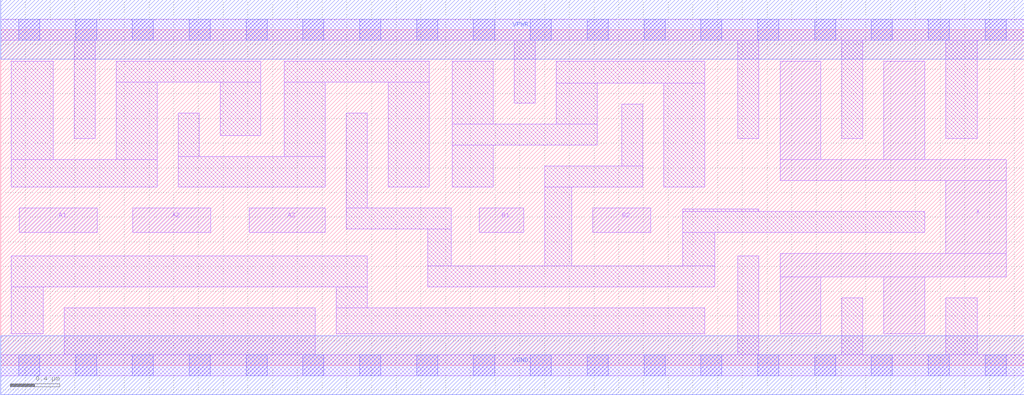
<source format=lef>
# Copyright 2020 The SkyWater PDK Authors
#
# Licensed under the Apache License, Version 2.0 (the "License");
# you may not use this file except in compliance with the License.
# You may obtain a copy of the License at
#
#     https://www.apache.org/licenses/LICENSE-2.0
#
# Unless required by applicable law or agreed to in writing, software
# distributed under the License is distributed on an "AS IS" BASIS,
# WITHOUT WARRANTIES OR CONDITIONS OF ANY KIND, either express or implied.
# See the License for the specific language governing permissions and
# limitations under the License.
#
# SPDX-License-Identifier: Apache-2.0

VERSION 5.7 ;
  NAMESCASESENSITIVE ON ;
  NOWIREEXTENSIONATPIN ON ;
  DIVIDERCHAR "/" ;
  BUSBITCHARS "[]" ;
UNITS
  DATABASE MICRONS 200 ;
END UNITS
MACRO sky130_fd_sc_hd__o32a_4
  CLASS CORE ;
  SOURCE USER ;
  FOREIGN sky130_fd_sc_hd__o32a_4 ;
  ORIGIN  0.000000  0.000000 ;
  SIZE  8.280000 BY  2.720000 ;
  SYMMETRY X Y R90 ;
  SITE unithd ;
  PIN A1
    ANTENNAGATEAREA  0.495000 ;
    DIRECTION INPUT ;
    USE SIGNAL ;
    PORT
      LAYER li1 ;
        RECT 0.150000 1.075000 0.780000 1.275000 ;
    END
  END A1
  PIN A2
    ANTENNAGATEAREA  0.495000 ;
    DIRECTION INPUT ;
    USE SIGNAL ;
    PORT
      LAYER li1 ;
        RECT 1.070000 1.075000 1.700000 1.275000 ;
    END
  END A2
  PIN A3
    ANTENNAGATEAREA  0.495000 ;
    DIRECTION INPUT ;
    USE SIGNAL ;
    PORT
      LAYER li1 ;
        RECT 2.010000 1.075000 2.625000 1.275000 ;
    END
  END A3
  PIN B1
    ANTENNAGATEAREA  0.495000 ;
    DIRECTION INPUT ;
    USE SIGNAL ;
    PORT
      LAYER li1 ;
        RECT 3.870000 1.075000 4.230000 1.275000 ;
    END
  END B1
  PIN B2
    ANTENNAGATEAREA  0.495000 ;
    DIRECTION INPUT ;
    USE SIGNAL ;
    PORT
      LAYER li1 ;
        RECT 4.790000 1.075000 5.260000 1.275000 ;
    END
  END B2
  PIN X
    ANTENNADIFFAREA  0.891000 ;
    DIRECTION OUTPUT ;
    USE SIGNAL ;
    PORT
      LAYER li1 ;
        RECT 6.305000 0.255000 6.635000 0.715000 ;
        RECT 6.305000 0.715000 8.135000 0.905000 ;
        RECT 6.305000 1.495000 8.135000 1.665000 ;
        RECT 6.305000 1.665000 6.635000 2.465000 ;
        RECT 7.145000 0.255000 7.475000 0.715000 ;
        RECT 7.145000 1.665000 7.475000 2.465000 ;
        RECT 7.645000 0.905000 8.135000 1.495000 ;
    END
  END X
  PIN VGND
    DIRECTION INOUT ;
    SHAPE ABUTMENT ;
    USE GROUND ;
    PORT
      LAYER met1 ;
        RECT 0.000000 -0.240000 8.280000 0.240000 ;
    END
  END VGND
  PIN VPWR
    DIRECTION INOUT ;
    SHAPE ABUTMENT ;
    USE POWER ;
    PORT
      LAYER met1 ;
        RECT 0.000000 2.480000 8.280000 2.960000 ;
    END
  END VPWR
  OBS
    LAYER li1 ;
      RECT 0.000000 -0.085000 8.280000 0.085000 ;
      RECT 0.000000  2.635000 8.280000 2.805000 ;
      RECT 0.085000  0.255000 0.345000 0.635000 ;
      RECT 0.085000  0.635000 2.965000 0.885000 ;
      RECT 0.085000  1.445000 1.265000 1.665000 ;
      RECT 0.085000  1.665000 0.425000 2.465000 ;
      RECT 0.515000  0.085000 2.545000 0.465000 ;
      RECT 0.595000  1.835000 0.765000 2.635000 ;
      RECT 0.935000  1.665000 1.265000 2.295000 ;
      RECT 0.935000  2.295000 2.105000 2.465000 ;
      RECT 1.435000  1.445000 2.625000 1.690000 ;
      RECT 1.435000  1.690000 1.605000 2.045000 ;
      RECT 1.775000  1.860000 2.105000 2.295000 ;
      RECT 2.295000  1.690000 2.625000 2.295000 ;
      RECT 2.295000  2.295000 3.465000 2.465000 ;
      RECT 2.715000  0.255000 5.695000 0.465000 ;
      RECT 2.715000  0.465000 2.965000 0.635000 ;
      RECT 2.795000  1.105000 3.645000 1.275000 ;
      RECT 2.795000  1.275000 2.965000 2.045000 ;
      RECT 3.135000  1.445000 3.465000 2.295000 ;
      RECT 3.455000  0.635000 5.775000 0.805000 ;
      RECT 3.455000  0.805000 3.645000 1.105000 ;
      RECT 3.655000  1.445000 3.985000 1.785000 ;
      RECT 3.655000  1.785000 4.825000 1.955000 ;
      RECT 3.655000  1.955000 3.985000 2.465000 ;
      RECT 4.155000  2.125000 4.325000 2.635000 ;
      RECT 4.400000  0.805000 4.620000 1.445000 ;
      RECT 4.400000  1.445000 5.195000 1.615000 ;
      RECT 4.495000  1.955000 4.825000 2.285000 ;
      RECT 4.495000  2.285000 5.695000 2.465000 ;
      RECT 5.025000  1.615000 5.195000 2.115000 ;
      RECT 5.365000  1.445000 5.695000 2.285000 ;
      RECT 5.520000  0.805000 5.775000 1.075000 ;
      RECT 5.520000  1.075000 7.475000 1.245000 ;
      RECT 5.520000  1.245000 6.135000 1.265000 ;
      RECT 5.965000  0.085000 6.135000 0.885000 ;
      RECT 5.965000  1.835000 6.135000 2.635000 ;
      RECT 6.805000  0.085000 6.975000 0.545000 ;
      RECT 6.805000  1.835000 6.975000 2.635000 ;
      RECT 7.645000  0.085000 7.900000 0.545000 ;
      RECT 7.645000  1.835000 7.900000 2.635000 ;
    LAYER mcon ;
      RECT 0.145000 -0.085000 0.315000 0.085000 ;
      RECT 0.145000  2.635000 0.315000 2.805000 ;
      RECT 0.605000 -0.085000 0.775000 0.085000 ;
      RECT 0.605000  2.635000 0.775000 2.805000 ;
      RECT 1.065000 -0.085000 1.235000 0.085000 ;
      RECT 1.065000  2.635000 1.235000 2.805000 ;
      RECT 1.525000 -0.085000 1.695000 0.085000 ;
      RECT 1.525000  2.635000 1.695000 2.805000 ;
      RECT 1.985000 -0.085000 2.155000 0.085000 ;
      RECT 1.985000  2.635000 2.155000 2.805000 ;
      RECT 2.445000 -0.085000 2.615000 0.085000 ;
      RECT 2.445000  2.635000 2.615000 2.805000 ;
      RECT 2.905000 -0.085000 3.075000 0.085000 ;
      RECT 2.905000  2.635000 3.075000 2.805000 ;
      RECT 3.365000 -0.085000 3.535000 0.085000 ;
      RECT 3.365000  2.635000 3.535000 2.805000 ;
      RECT 3.825000 -0.085000 3.995000 0.085000 ;
      RECT 3.825000  2.635000 3.995000 2.805000 ;
      RECT 4.285000 -0.085000 4.455000 0.085000 ;
      RECT 4.285000  2.635000 4.455000 2.805000 ;
      RECT 4.745000 -0.085000 4.915000 0.085000 ;
      RECT 4.745000  2.635000 4.915000 2.805000 ;
      RECT 5.205000 -0.085000 5.375000 0.085000 ;
      RECT 5.205000  2.635000 5.375000 2.805000 ;
      RECT 5.665000 -0.085000 5.835000 0.085000 ;
      RECT 5.665000  2.635000 5.835000 2.805000 ;
      RECT 6.125000 -0.085000 6.295000 0.085000 ;
      RECT 6.125000  2.635000 6.295000 2.805000 ;
      RECT 6.585000 -0.085000 6.755000 0.085000 ;
      RECT 6.585000  2.635000 6.755000 2.805000 ;
      RECT 7.045000 -0.085000 7.215000 0.085000 ;
      RECT 7.045000  2.635000 7.215000 2.805000 ;
      RECT 7.505000 -0.085000 7.675000 0.085000 ;
      RECT 7.505000  2.635000 7.675000 2.805000 ;
      RECT 7.965000 -0.085000 8.135000 0.085000 ;
      RECT 7.965000  2.635000 8.135000 2.805000 ;
  END
END sky130_fd_sc_hd__o32a_4

</source>
